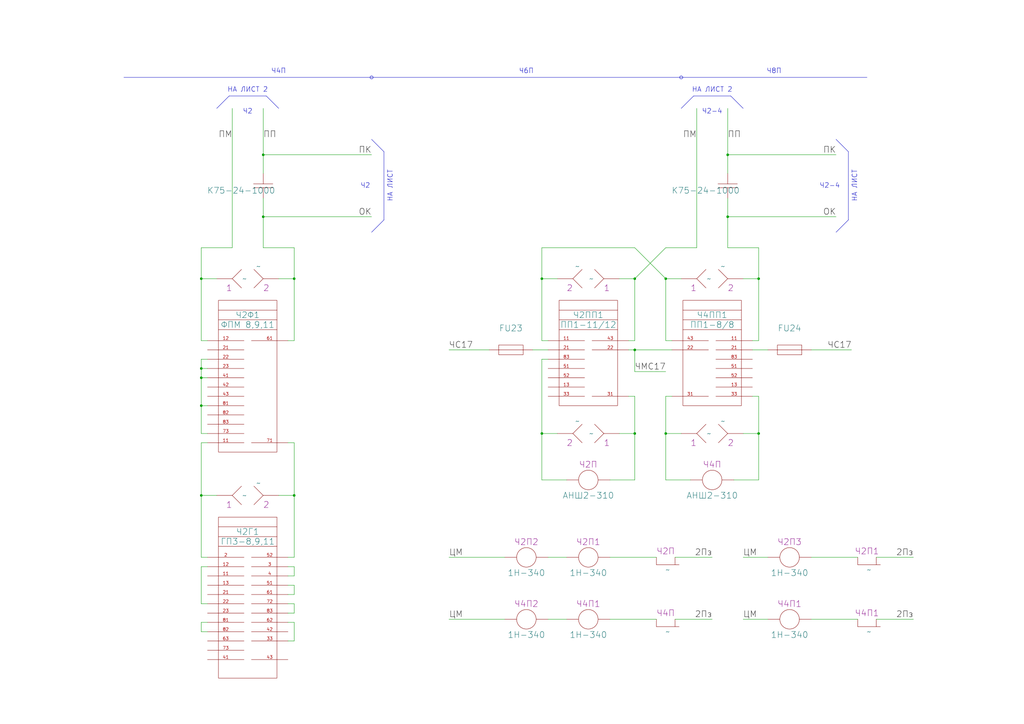
<source format=kicad_sch>
(kicad_sch (version 20250114) (generator "eeschema") (generator_version "9.0")
  (paper "A3")
  (title_block (title "Станция А") (company "МКТ РУТ (МИИТ)") (comment 1 "КП 27.02.03.03.000 ГЧ") (comment 2 "Сафранович") (comment 3 "Бузунова"))
  (lib_symbols
    (symbol "Blocks:ГП3" (pin_names (offset 0) (hide yes))
      (property "Reference" "Г" (at 0 10.51 0))
      (property "Value" "ГП3" (at 0 6.51 0))
      (symbol "ГП3_0_1"
        (rectangle (start -12 16.51) (end 12 -49.53))
        (polyline (pts (xy 12 12.51) (xy -12 12.51)))
        (polyline (pts (xy 12 8.51) (xy -12 8.51)))
        (polyline (pts (xy 12 4.51) (xy -12 4.51)))
      )
      (symbol "ГП3_1_1"
        (pin bidirectional line (at -16.51 0 0) (length 15) (name "") (number "2"))
        (pin bidirectional line (at -16.51 -3.81 0) (length 15) (name "") (number "12"))
        (pin bidirectional line (at -16.51 -7.62 0) (length 15) (name "") (number "11"))
        (pin bidirectional line (at -16.51 -11.43 0) (length 15) (name "") (number "13"))
        (pin bidirectional line (at -16.51 -15.24 0) (length 15) (name "") (number "21"))
        (pin bidirectional line (at -16.51 -19.05 0) (length 15) (name "") (number "22"))
        (pin bidirectional line (at -16.51 -22.86 0) (length 15) (name "") (number "23"))
        (pin bidirectional line (at -16.51 -26.67 0) (length 15) (name "") (number "81"))
        (pin bidirectional line (at -16.51 -30.48 0) (length 15) (name "") (number "82"))
        (pin bidirectional line (at -16.51 -34.29 0) (length 15) (name "") (number "63"))
        (pin bidirectional line (at -16.51 -38.1 0) (length 15) (name "") (number "73"))
        (pin bidirectional line (at -16.51 -41.91 0) (length 15) (name "") (number "41"))
        (pin bidirectional line (at 16.51 0 180) (length 15) (name "") (number "52"))
        (pin bidirectional line (at 16.51 -3.81 180) (length 15) (name "") (number "3"))
        (pin bidirectional line (at 16.51 -7.62 180) (length 15) (name "") (number "4"))
        (pin bidirectional line (at 16.51 -11.43 180) (length 15) (name "") (number "51"))
        (pin bidirectional line (at 16.51 -15.24 180) (length 15) (name "") (number "61"))
        (pin bidirectional line (at 16.51 -19.05 180) (length 15) (name "") (number "72"))
        (pin bidirectional line (at 16.51 -22.86 180) (length 15) (name "") (number "83"))
        (pin bidirectional line (at 16.51 -26.67 180) (length 15) (name "") (number "62"))
        (pin bidirectional line (at 16.51 -30.48 180) (length 15) (name "") (number "42"))
        (pin bidirectional line (at 16.51 -34.29 180) (length 15) (name "") (number "33"))
        (pin bidirectional line (at 16.51 -41.91 180) (length 15) (name "") (number "43"))
      )
    )
    (symbol "Blocks:ПП1" (pin_names (offset 0) (hide yes))
      (property "Reference" "ПП" (at 0 10.51 0))
      (property "Value" "ПП1" (at 0 6.51 0))
      (symbol "ПП1_0_1"
        (rectangle (start -12 16.51) (end 12 -26.67))
        (polyline (pts (xy 12 12.51) (xy -12 12.51)))
        (polyline (pts (xy 12 8.51) (xy -12 8.51)))
        (polyline (pts (xy 12 4.51) (xy -12 4.51)))
      )
      (symbol "ПП1_1_1"
        (pin bidirectional line (at -16.51 0 0) (length 15) (name "") (number "43"))
        (pin bidirectional line (at -16.51 -3.81 0) (length 15) (name "") (number "22"))
        (pin bidirectional line (at -16.51 -22.86 0) (length 15) (name "") (number "31"))
        (pin bidirectional line (at 16.51 0 180) (length 15) (name "") (number "11"))
        (pin bidirectional line (at 16.51 -3.81 180) (length 15) (name "") (number "21"))
        (pin bidirectional line (at 16.51 -7.62 180) (length 15) (name "") (number "83"))
        (pin bidirectional line (at 16.51 -11.43 180) (length 15) (name "") (number "51"))
        (pin bidirectional line (at 16.51 -15.24 180) (length 15) (name "") (number "52"))
        (pin bidirectional line (at 16.51 -19.05 180) (length 15) (name "") (number "13"))
        (pin bidirectional line (at 16.51 -22.86 180) (length 15) (name "") (number "33"))
      )
    )
    (symbol "Blocks:ФПМ" (pin_names (offset 0) (hide yes))
      (property "Reference" "Ф" (at 0 10.51 0))
      (property "Value" "ФПМ" (at 0 6.51 0))
      (symbol "ФПМ_0_1"
        (rectangle (start -12 16.51) (end 12 -45.72))
        (polyline (pts (xy 12 12.51) (xy -12 12.51)))
        (polyline (pts (xy 12 8.51) (xy -12 8.51)))
        (polyline (pts (xy 12 4.51) (xy -12 4.51)))
      )
      (symbol "ФПМ_1_1"
        (pin bidirectional line (at -16.51 0 0) (length 15) (name "") (number "12"))
        (pin bidirectional line (at -16.51 -3.81 0) (length 15) (name "") (number "21"))
        (pin bidirectional line (at -16.51 -7.62 0) (length 15) (name "") (number "22"))
        (pin bidirectional line (at -16.51 -11.43 0) (length 15) (name "") (number "23"))
        (pin bidirectional line (at -16.51 -15.24 0) (length 15) (name "") (number "41"))
        (pin bidirectional line (at -16.51 -19.05 0) (length 15) (name "") (number "42"))
        (pin bidirectional line (at -16.51 -22.86 0) (length 15) (name "") (number "43"))
        (pin bidirectional line (at -16.51 -26.67 0) (length 15) (name "") (number "81"))
        (pin bidirectional line (at -16.51 -30.48 0) (length 15) (name "") (number "82"))
        (pin bidirectional line (at -16.51 -34.29 0) (length 15) (name "") (number "83"))
        (pin bidirectional line (at -16.51 -38.1 0) (length 15) (name "") (number "73"))
        (pin bidirectional line (at -16.51 -41.91 0) (length 15) (name "") (number "11"))
        (pin bidirectional line (at 16.51 0 180) (length 15) (name "") (number "61"))
        (pin bidirectional line (at 16.51 -41.91 180) (length 15) (name "") (number "71"))
      )
    )
    (symbol "Device_GOST:C" (pin_numbers (hide yes)) (pin_names (offset 0) (hide yes))
      (property "Reference" "C" (at 0.635 2.54 0))
      (property "Value" "C" (at 0.635 -3.175 0))
      (symbol "C_0_1"
        (polyline (pts (xy -3.9878 0.762) (xy 3.9878 0.762)))
        (polyline (pts (xy -3.9878 -0.762) (xy 3.9878 -0.762)))
      )
      (symbol "C_1_1"
        (pin passive line (at 0 5.08 270) (length 4.318) (name "~") (number "1"))
        (pin passive line (at 0 -5.08 90) (length 4.318) (name "~") (number "2"))
      )
    )
    (symbol "Device_GOST:FU_FUSE" (pin_numbers (hide yes)) (pin_names (offset 0) (hide yes))
      (property "Reference" "FU" (at 0 3.81 0))
      (property "Value" "FU_FUSE" (at 0 -3.81 0))
      (symbol "FU_FUSE_0_1"
        (rectangle (start -5.0038 2.0066) (end 5.0038 -2.0066))
        (polyline (pts (xy -5.0038 0) (xy 5.0038 0)))
      )
      (symbol "FU_FUSE_1_1"
        (pin passive line (at -8.89 0 0) (length 3.8862) (name "~") (number "1"))
        (pin passive line (at 8.89 0 180) (length 3.8862) (name "~") (number "2"))
      )
    )
    (symbol "SCB_Legacy:Контакт_нейтрального_якоря_НЗ_бн" (pin_numbers (hide yes)) (pin_names (hide yes))
      (property "Обозначение реле" "Н" (at 0 2.54 0))
      (symbol "Контакт_нейтрального_якоря_НЗ_бн_0_1"
        (polyline (pts (xy -3.81 -3) (xy 5.5 -3)))
        (pin bidirectional line (at -3.81 0 270) (length 3) (name "") (number "1"))
      )
      (symbol "Контакт_нейтрального_якоря_НЗ_бн_1_1"
        (unit_name "Фронтовой-Тыловой")
        (pin bidirectional line (at 3.81 0 270) (length 3) (name "") (number "2"))
        (pin bidirectional line (at 3.81 -10.16 90) (length 3.3) (name "") (number "3"))
      )
      (symbol "Контакт_нейтрального_якоря_НЗ_бн_2_1"
        (unit_name "Тыловой")
        (pin bidirectional line (at 3.81 -10.16 90) (length 3.3) (name "") (number "3"))
      )
      (symbol "Контакт_нейтрального_якоря_НЗ_бн_3_1"
        (unit_name "Фронтовой")
        (pin bidirectional line (at 3.81 0 270) (length 3) (name "") (number "2"))
      )
      (symbol "Контакт_нейтрального_якоря_НЗ_бн_4_1"
        (unit_name "Усиленный перелючающий")
        (polyline (pts (xy 3.81 0) (xy 3.81 -3)))
        (polyline (pts (xy 3.81 0) (xy 7.62 0)))
        (polyline (pts (xy 3.81 -1.27) (xy 5.715 0)))
        (polyline (pts (xy 3.81 -6.858) (xy 3.81 -10.16)))
        (polyline (pts (xy 3.81 -8.89) (xy 5.715 -10.16)))
        (polyline (pts (xy 3.81 -10.16) (xy 7.62 -10.16)))
        (pin bidirectional line (at -3.81 0 270) (length 3) (name "") (number "1"))
        (pin bidirectional line (at 8.89 0 180) (length 2) (name "") (number "2"))
        (pin bidirectional line (at 8.89 -10.16 180) (length 2) (name "") (number "3"))
      )
      (symbol "Контакт_нейтрального_якоря_НЗ_бн_5_1"
        (unit_name "Усиленный замыкающий")
        (polyline (pts (xy 3.81 0) (xy 3.81 -3)))
        (polyline (pts (xy 3.81 0) (xy 7.62 0)))
        (polyline (pts (xy 3.81 -1.27) (xy 5.715 0)))
        (pin bidirectional line (at 8.89 0 180) (length 2) (name "") (number "2"))
      )
      (symbol "Контакт_нейтрального_якоря_НЗ_бн_6_1"
        (unit_name "Усиленный размыкающий")
        (polyline (pts (xy 3.81 -6.858) (xy 3.81 -10.16) (xy 6.985 -10.16)))
        (polyline (pts (xy 3.81 -8.89) (xy 5.715 -10.16)))
        (pin bidirectional line (at 8.89 -10.16 180) (length 2) (name "") (number "3"))
      )
      (symbol "Контакт_нейтрального_якоря_НЗ_бн_7_1"
        (unit_name "С магнитным гашением")
        (polyline (pts (xy 3.81 0) (xy 5.5 1) (xy 8.5 -1) (xy 10 0)))
        (polyline (pts (xy 11.43 0) (xy 3.81 0) (xy 3.81 -3)))
        (pin bidirectional line (at 3.81 -10.16 90) (length 3.3) (name "") (number "3"))
        (pin bidirectional line (at 12.7 0 180) (length 2) (name "") (number "2"))
      )
      (symbol "Контакт_нейтрального_якоря_НЗ_бн_8_1"
        (unit_name "С безобрывным переключением")
        (arc (start 5.5 -2.5) (mid 6.5355 -5) (end 5.5 -7.5))
        (pin bidirectional line (at 3.81 0 270) (length 3) (name "") (number "2"))
        (pin bidirectional line (at 3.81 -10.16 90) (length 3.3) (name "") (number "3"))
      )
    )
    (symbol "SCB_Relay:Вывод_подключения" (pin_numbers (hide yes)) (pin_names (offset 0) (hide yes))
      (property "Вывод" "1" (at 5.08 -3.81 0))
      (symbol "Вывод_подключения_0_1"
        (polyline (pts (xy 10.16 3.81) (xy 6.35 0) (xy 10.16 -3.81)))
      )
      (symbol "Вывод_подключения_1_1"
        (pin bidirectional line (at 0 0 0) (length 6.35) (name "") (number "1"))
      )
    )
    (symbol "SCB_Relay:Нейтральное" (pin_numbers (hide yes)) (pin_names (offset 0.002) (hide yes))
      (property "Value" "НМШ" (at 0 -6.35 0))
      (property "Обозначение реле" "Н" (at 0 6.35 0))
      (symbol "Нейтральное_0_1"
        (circle (center 0 0) (radius 4))
      )
      (symbol "Нейтральное_1_1"
        (unit_name "Общее")
        (pin power_in line (at -8.89 0 0) (length 4.8) (name "") (number "1"))
        (pin power_in line (at 8.89 0 180) (length 4.8) (name "") (number "4"))
      )
      (symbol "Нейтральное_2_1"
        (unit_name "С раздельными")
        (pin power_in line (at -8.89 0 0) (length 4.8) (name "") (number "1"))
        (pin power_in line (at -8.89 -1.905 0) (length 5.3) (name "") (number "2"))
        (pin power_in line (at 8.89 0 180) (length 4.8) (name "") (number "3"))
        (pin power_in line (at 8.89 -1.905 180) (length 5.3) (name "") (number "4"))
      )
    )
    (symbol "Контакт_нейтрального_якоря_НЗ_бн_1" (pin_numbers (hide yes)) (pin_names (hide yes))
      (property "Обозначение реле" "Н" (at 0 2.54 0))
      (symbol "Контакт_нейтрального_якоря_НЗ_бн_1_0_1"
        (polyline (pts (xy -3.81 -3) (xy 5.5 -3)))
        (pin bidirectional line (at -3.81 0 270) (length 3) (name "") (number "1"))
      )
      (symbol "Контакт_нейтрального_якоря_НЗ_бн_1_1_1"
        (unit_name "Фронтовой-Тыловой")
        (pin bidirectional line (at 3.81 0 270) (length 3) (name "") (number "2"))
        (pin bidirectional line (at 3.81 -10.16 90) (length 3.3) (name "") (number "3"))
      )
      (symbol "Контакт_нейтрального_якоря_НЗ_бн_1_2_1"
        (unit_name "Тыловой")
        (pin bidirectional line (at 3.81 -10.16 90) (length 3.3) (name "") (number "3"))
      )
      (symbol "Контакт_нейтрального_якоря_НЗ_бн_1_3_1"
        (unit_name "Фронтовой")
        (pin bidirectional line (at 3.81 0 270) (length 3) (name "") (number "2"))
      )
      (symbol "Контакт_нейтрального_якоря_НЗ_бн_1_4_1"
        (unit_name "Усиленный перелючающий")
        (polyline (pts (xy 3.81 0) (xy 3.81 -3)))
        (polyline (pts (xy 3.81 0) (xy 7.62 0)))
        (polyline (pts (xy 3.81 -1.27) (xy 5.715 0)))
        (polyline (pts (xy 3.81 -6.858) (xy 3.81 -10.16)))
        (polyline (pts (xy 3.81 -8.89) (xy 5.715 -10.16)))
        (polyline (pts (xy 3.81 -10.16) (xy 7.62 -10.16)))
        (pin bidirectional line (at -3.81 0 270) (length 3) (name "") (number "1"))
        (pin bidirectional line (at 8.89 0 180) (length 2) (name "") (number "2"))
        (pin bidirectional line (at 8.89 -10.16 180) (length 2) (name "") (number "3"))
      )
      (symbol "Контакт_нейтрального_якоря_НЗ_бн_1_5_1"
        (unit_name "Усиленный замыкающий")
        (polyline (pts (xy 3.81 0) (xy 3.81 -3)))
        (polyline (pts (xy 3.81 0) (xy 7.62 0)))
        (polyline (pts (xy 3.81 -1.27) (xy 5.715 0)))
        (pin bidirectional line (at 8.89 0 180) (length 2) (name "") (number "2"))
      )
      (symbol "Контакт_нейтрального_якоря_НЗ_бн_1_6_1"
        (unit_name "Усиленный размыкающий")
        (polyline (pts (xy 3.81 -6.858) (xy 3.81 -10.16) (xy 6.985 -10.16)))
        (polyline (pts (xy 3.81 -8.89) (xy 5.715 -10.16)))
        (pin bidirectional line (at 8.89 -10.16 180) (length 2) (name "") (number "3"))
      )
      (symbol "Контакт_нейтрального_якоря_НЗ_бн_1_7_1"
        (unit_name "С магнитным гашением")
        (polyline (pts (xy 3.81 0) (xy 5.5 1) (xy 8.5 -1) (xy 10 0)))
        (polyline (pts (xy 11.43 0) (xy 3.81 0) (xy 3.81 -3)))
        (pin bidirectional line (at 3.81 -10.16 90) (length 3.3) (name "") (number "3"))
        (pin bidirectional line (at 12.7 0 180) (length 2) (name "") (number "2"))
      )
      (symbol "Контакт_нейтрального_якоря_НЗ_бн_1_8_1"
        (unit_name "С безобрывным переключением")
        (arc (start 5.5 -2.5) (mid 6.5355 -5) (end 5.5 -7.5))
        (pin bidirectional line (at 3.81 0 270) (length 3) (name "") (number "2"))
        (pin bidirectional line (at 3.81 -10.16 90) (length 3.3) (name "") (number "3"))
      )
    )
    (symbol "Контакт_нейтрального_якоря_НЗ_бн_2" (pin_numbers (hide yes)) (pin_names (hide yes))
      (property "Обозначение реле" "Н" (at 0 2.54 0))
      (symbol "Контакт_нейтрального_якоря_НЗ_бн_2_0_1"
        (polyline (pts (xy -3.81 -3) (xy 5.5 -3)))
        (pin bidirectional line (at -3.81 0 270) (length 3) (name "") (number "1"))
      )
      (symbol "Контакт_нейтрального_якоря_НЗ_бн_2_1_1"
        (unit_name "Фронтовой-Тыловой")
        (pin bidirectional line (at 3.81 0 270) (length 3) (name "") (number "2"))
        (pin bidirectional line (at 3.81 -10.16 90) (length 3.3) (name "") (number "3"))
      )
      (symbol "Контакт_нейтрального_якоря_НЗ_бн_2_2_1"
        (unit_name "Тыловой")
        (pin bidirectional line (at 3.81 -10.16 90) (length 3.3) (name "") (number "3"))
      )
      (symbol "Контакт_нейтрального_якоря_НЗ_бн_2_3_1"
        (unit_name "Фронтовой")
        (pin bidirectional line (at 3.81 0 270) (length 3) (name "") (number "2"))
      )
      (symbol "Контакт_нейтрального_якоря_НЗ_бн_2_4_1"
        (unit_name "Усиленный перелючающий")
        (polyline (pts (xy 3.81 0) (xy 3.81 -3)))
        (polyline (pts (xy 3.81 0) (xy 7.62 0)))
        (polyline (pts (xy 3.81 -1.27) (xy 5.715 0)))
        (polyline (pts (xy 3.81 -6.858) (xy 3.81 -10.16)))
        (polyline (pts (xy 3.81 -8.89) (xy 5.715 -10.16)))
        (polyline (pts (xy 3.81 -10.16) (xy 7.62 -10.16)))
        (pin bidirectional line (at -3.81 0 270) (length 3) (name "") (number "1"))
        (pin bidirectional line (at 8.89 0 180) (length 2) (name "") (number "2"))
        (pin bidirectional line (at 8.89 -10.16 180) (length 2) (name "") (number "3"))
      )
      (symbol "Контакт_нейтрального_якоря_НЗ_бн_2_5_1"
        (unit_name "Усиленный замыкающий")
        (polyline (pts (xy 3.81 0) (xy 3.81 -3)))
        (polyline (pts (xy 3.81 0) (xy 7.62 0)))
        (polyline (pts (xy 3.81 -1.27) (xy 5.715 0)))
        (pin bidirectional line (at 8.89 0 180) (length 2) (name "") (number "2"))
      )
      (symbol "Контакт_нейтрального_якоря_НЗ_бн_2_6_1"
        (unit_name "Усиленный размыкающий")
        (polyline (pts (xy 3.81 -6.858) (xy 3.81 -10.16) (xy 6.985 -10.16)))
        (polyline (pts (xy 3.81 -8.89) (xy 5.715 -10.16)))
        (pin bidirectional line (at 8.89 -10.16 180) (length 2) (name "") (number "3"))
      )
      (symbol "Контакт_нейтрального_якоря_НЗ_бн_2_7_1"
        (unit_name "С магнитным гашением")
        (polyline (pts (xy 3.81 0) (xy 5.5 1) (xy 8.5 -1) (xy 10 0)))
        (polyline (pts (xy 11.43 0) (xy 3.81 0) (xy 3.81 -3)))
        (pin bidirectional line (at 3.81 -10.16 90) (length 3.3) (name "") (number "3"))
        (pin bidirectional line (at 12.7 0 180) (length 2) (name "") (number "2"))
      )
      (symbol "Контакт_нейтрального_якоря_НЗ_бн_2_8_1"
        (unit_name "С безобрывным переключением")
        (arc (start 5.5 -2.5) (mid 6.5355 -5) (end 5.5 -7.5))
        (pin bidirectional line (at 3.81 0 270) (length 3) (name "") (number "2"))
        (pin bidirectional line (at 3.81 -10.16 90) (length 3.3) (name "") (number "3"))
      )
    )
    (symbol "Контакт_нейтрального_якоря_НЗ_бн_3" (pin_numbers (hide yes)) (pin_names (hide yes))
      (property "Обозначение реле" "Н" (at 0 2.54 0))
      (symbol "Контакт_нейтрального_якоря_НЗ_бн_3_0_1"
        (polyline (pts (xy -3.81 -3) (xy 5.5 -3)))
        (pin bidirectional line (at -3.81 0 270) (length 3) (name "") (number "1"))
      )
      (symbol "Контакт_нейтрального_якоря_НЗ_бн_3_1_1"
        (unit_name "Фронтовой-Тыловой")
        (pin bidirectional line (at 3.81 0 270) (length 3) (name "") (number "2"))
        (pin bidirectional line (at 3.81 -10.16 90) (length 3.3) (name "") (number "3"))
      )
      (symbol "Контакт_нейтрального_якоря_НЗ_бн_3_2_1"
        (unit_name "Тыловой")
        (pin bidirectional line (at 3.81 -10.16 90) (length 3.3) (name "") (number "3"))
      )
      (symbol "Контакт_нейтрального_якоря_НЗ_бн_3_3_1"
        (unit_name "Фронтовой")
        (pin bidirectional line (at 3.81 0 270) (length 3) (name "") (number "2"))
      )
      (symbol "Контакт_нейтрального_якоря_НЗ_бн_3_4_1"
        (unit_name "Усиленный перелючающий")
        (polyline (pts (xy 3.81 0) (xy 3.81 -3)))
        (polyline (pts (xy 3.81 0) (xy 7.62 0)))
        (polyline (pts (xy 3.81 -1.27) (xy 5.715 0)))
        (polyline (pts (xy 3.81 -6.858) (xy 3.81 -10.16)))
        (polyline (pts (xy 3.81 -8.89) (xy 5.715 -10.16)))
        (polyline (pts (xy 3.81 -10.16) (xy 7.62 -10.16)))
        (pin bidirectional line (at -3.81 0 270) (length 3) (name "") (number "1"))
        (pin bidirectional line (at 8.89 0 180) (length 2) (name "") (number "2"))
        (pin bidirectional line (at 8.89 -10.16 180) (length 2) (name "") (number "3"))
      )
      (symbol "Контакт_нейтрального_якоря_НЗ_бн_3_5_1"
        (unit_name "Усиленный замыкающий")
        (polyline (pts (xy 3.81 0) (xy 3.81 -3)))
        (polyline (pts (xy 3.81 0) (xy 7.62 0)))
        (polyline (pts (xy 3.81 -1.27) (xy 5.715 0)))
        (pin bidirectional line (at 8.89 0 180) (length 2) (name "") (number "2"))
      )
      (symbol "Контакт_нейтрального_якоря_НЗ_бн_3_6_1"
        (unit_name "Усиленный размыкающий")
        (polyline (pts (xy 3.81 -6.858) (xy 3.81 -10.16) (xy 6.985 -10.16)))
        (polyline (pts (xy 3.81 -8.89) (xy 5.715 -10.16)))
        (pin bidirectional line (at 8.89 -10.16 180) (length 2) (name "") (number "3"))
      )
      (symbol "Контакт_нейтрального_якоря_НЗ_бн_3_7_1"
        (unit_name "С магнитным гашением")
        (polyline (pts (xy 3.81 0) (xy 5.5 1) (xy 8.5 -1) (xy 10 0)))
        (polyline (pts (xy 11.43 0) (xy 3.81 0) (xy 3.81 -3)))
        (pin bidirectional line (at 3.81 -10.16 90) (length 3.3) (name "") (number "3"))
        (pin bidirectional line (at 12.7 0 180) (length 2) (name "") (number "2"))
      )
      (symbol "Контакт_нейтрального_якоря_НЗ_бн_3_8_1"
        (unit_name "С безобрывным переключением")
        (arc (start 5.5 -2.5) (mid 6.5355 -5) (end 5.5 -7.5))
        (pin bidirectional line (at 3.81 0 270) (length 3) (name "") (number "2"))
        (pin bidirectional line (at 3.81 -10.16 90) (length 3.3) (name "") (number "3"))
      )
    )
  )
  (circle (center 152.4 31.75) (radius 0.635) (fill (type color)))
  (circle (center 279.4 31.75) (radius 0.635) (fill (type color)))
  (text "Ч2" (at 149.86 76.2 0) (effects (font (size 2 2))))
  (text "НА ЛИСТ" (at 350.52 76.2 90) (effects (font (size 2 2))))
  (text "Ч2-4" (at 292.1 45.72 0) (effects (font (size 2 2))))
  (text "Ч2" (at 101.6 45.72 0) (effects (font (size 2 2))))
  (text "НА ЛИСТ 2" (at 292.1 36.83 0) (effects (font (size 2 2))))
  (text "Ч8П" (at 317.5 29.21 0) (effects (font (size 2 2))))
  (text "Ч2-4" (at 340.36 76.2 0) (effects (font (size 2 2))))
  (text "Ч6П" (at 215.9 29.21 0) (effects (font (size 2 2))))
  (text "НА ЛИСТ" (at 160.02 76.2 90) (effects (font (size 2 2))))
  (text "Ч4П" (at 114.3 29.21 0) (effects (font (size 2 2))))
  (text "НА ЛИСТ 2" (at 101.6 36.83 0) (effects (font (size 2 2))))
  (junction (at 222.25 177.8))
  (junction (at 311.15 177.8))
  (junction (at 82.55 203.2))
  (junction (at 260.35 143.51))
  (junction (at 82.55 114.3))
  (junction (at 298.45 88.9))
  (junction (at 120.65 203.2))
  (junction (at 82.55 166.37))
  (junction (at 311.15 114.3))
  (junction (at 222.25 114.3))
  (junction (at 82.55 154.94))
  (junction (at 107.95 63.5))
  (junction (at 298.45 63.5))
  (junction (at 260.35 114.3))
  (junction (at 107.95 88.9))
  (junction (at 273.05 114.3))
  (junction (at 120.65 114.3))
  (junction (at 273.05 177.8))
  (junction (at 260.35 177.8))
  (junction (at 82.55 151.13))
  (wire (pts (xy 298.45 88.9) (xy 298.45 101.6)))
  (wire (pts (xy 222.25 177.8) (xy 228.6 177.8)))
  (wire (pts (xy 120.65 243.84) (xy 120.65 240.03)))
  (wire (pts (xy 304.8 228.6) (xy 314.96 228.6)))
  (wire (pts (xy 107.95 44.45) (xy 107.95 63.5)))
  (wire (pts (xy 222.25 101.6) (xy 260.35 101.6)))
  (wire (pts (xy 260.35 152.4) (xy 273.05 152.4)))
  (polyline (pts (xy 93.98 39.37) (xy 88.9 44.45)))
  (wire (pts (xy 298.45 44.45) (xy 298.45 63.5)))
  (wire (pts (xy 273.05 139.7) (xy 275.59 139.7)))
  (wire (pts (xy 82.55 247.65) (xy 85.09 247.65)))
  (wire (pts (xy 260.35 114.3) (xy 273.05 101.6)))
  (wire (pts (xy 260.35 143.51) (xy 260.35 152.4)))
  (wire (pts (xy 332.74 254) (xy 351.79 254)))
  (wire (pts (xy 311.15 196.85) (xy 311.15 177.8)))
  (wire (pts (xy 222.25 147.32) (xy 222.25 177.8)))
  (wire (pts (xy 273.05 114.3) (xy 273.05 139.7)))
  (wire (pts (xy 279.4 114.3) (xy 273.05 114.3)))
  (wire (pts (xy 82.55 166.37) (xy 85.09 166.37)))
  (wire (pts (xy 311.15 114.3) (xy 311.15 101.6)))
  (wire (pts (xy 82.55 147.32) (xy 82.55 151.13)))
  (wire (pts (xy 300.99 196.85) (xy 311.15 196.85)))
  (polyline (pts (xy 109.22 39.37) (xy 93.98 39.37)))
  (wire (pts (xy 218.44 143.51) (xy 224.79 143.51)))
  (wire (pts (xy 184.15 143.51) (xy 200.66 143.51)))
  (wire (pts (xy 222.25 101.6) (xy 222.25 114.3)))
  (wire (pts (xy 118.11 255.27) (xy 120.65 255.27)))
  (wire (pts (xy 359.41 228.6) (xy 374.65 228.6)))
  (wire (pts (xy 349.25 143.51) (xy 332.74 143.51)))
  (polyline (pts (xy 157.48 90.17) (xy 157.48 62.23)))
  (wire (pts (xy 82.55 166.37) (xy 82.55 154.94)))
  (wire (pts (xy 260.35 196.85) (xy 260.35 177.8)))
  (wire (pts (xy 224.79 139.7) (xy 222.25 139.7)))
  (wire (pts (xy 298.45 63.5) (xy 298.45 71.12)))
  (polyline (pts (xy 284.48 39.37) (xy 279.4 44.45)))
  (wire (pts (xy 254 114.3) (xy 260.35 114.3)))
  (wire (pts (xy 118.11 181.61) (xy 120.65 181.61)))
  (wire (pts (xy 114.3 203.2) (xy 120.65 203.2)))
  (wire (pts (xy 107.95 81.28) (xy 107.95 88.9)))
  (wire (pts (xy 82.55 181.61) (xy 82.55 203.2)))
  (wire (pts (xy 85.09 255.27) (xy 82.55 255.27)))
  (wire (pts (xy 276.86 228.6) (xy 292.1 228.6)))
  (wire (pts (xy 107.95 88.9) (xy 107.95 101.6)))
  (wire (pts (xy 120.65 262.89) (xy 118.11 262.89)))
  (wire (pts (xy 250.19 196.85) (xy 260.35 196.85)))
  (wire (pts (xy 82.55 203.2) (xy 82.55 228.6)))
  (wire (pts (xy 254 177.8) (xy 260.35 177.8)))
  (wire (pts (xy 85.09 154.94) (xy 82.55 154.94)))
  (wire (pts (xy 273.05 196.85) (xy 273.05 177.8)))
  (wire (pts (xy 250.19 228.6) (xy 269.24 228.6)))
  (wire (pts (xy 273.05 101.6) (xy 285.75 101.6)))
  (wire (pts (xy 95.25 44.45) (xy 95.25 101.6)))
  (wire (pts (xy 82.55 151.13) (xy 82.55 154.94)))
  (wire (pts (xy 82.55 114.3) (xy 88.9 114.3)))
  (wire (pts (xy 257.81 139.7) (xy 260.35 139.7)))
  (wire (pts (xy 232.41 196.85) (xy 222.25 196.85)))
  (wire (pts (xy 304.8 114.3) (xy 311.15 114.3)))
  (wire (pts (xy 304.8 254) (xy 314.96 254)))
  (wire (pts (xy 314.96 143.51) (xy 308.61 143.51)))
  (wire (pts (xy 285.75 44.45) (xy 285.75 101.6)))
  (wire (pts (xy 82.55 255.27) (xy 82.55 259.08)))
  (polyline (pts (xy 152.4 95.25) (xy 157.48 90.17)))
  (wire (pts (xy 311.15 177.8) (xy 311.15 162.56)))
  (wire (pts (xy 273.05 177.8) (xy 279.4 177.8)))
  (wire (pts (xy 85.09 181.61) (xy 82.55 181.61)))
  (wire (pts (xy 120.65 232.41) (xy 118.11 232.41)))
  (wire (pts (xy 85.09 147.32) (xy 82.55 147.32)))
  (wire (pts (xy 298.45 101.6) (xy 311.15 101.6)))
  (wire (pts (xy 308.61 139.7) (xy 311.15 139.7)))
  (polyline (pts (xy 50.8 31.75) (xy 355.6 31.75)))
  (wire (pts (xy 82.55 177.8) (xy 82.55 166.37)))
  (wire (pts (xy 273.05 114.3) (xy 260.35 101.6)))
  (wire (pts (xy 298.45 63.5) (xy 342.9 63.5)))
  (wire (pts (xy 82.55 151.13) (xy 85.09 151.13)))
  (wire (pts (xy 250.19 254) (xy 269.24 254)))
  (wire (pts (xy 107.95 88.9) (xy 152.4 88.9)))
  (wire (pts (xy 257.81 162.56) (xy 260.35 162.56)))
  (wire (pts (xy 120.65 251.46) (xy 120.65 247.65)))
  (wire (pts (xy 260.35 143.51) (xy 275.59 143.51)))
  (wire (pts (xy 222.25 114.3) (xy 222.25 139.7)))
  (wire (pts (xy 82.55 139.7) (xy 82.55 114.3)))
  (wire (pts (xy 304.8 177.8) (xy 311.15 177.8)))
  (wire (pts (xy 257.81 143.51) (xy 260.35 143.51)))
  (wire (pts (xy 85.09 232.41) (xy 82.55 232.41)))
  (wire (pts (xy 298.45 81.28) (xy 298.45 88.9)))
  (wire (pts (xy 224.79 254) (xy 232.41 254)))
  (wire (pts (xy 120.65 236.22) (xy 120.65 232.41)))
  (wire (pts (xy 311.15 139.7) (xy 311.15 114.3)))
  (wire (pts (xy 260.35 162.56) (xy 260.35 177.8)))
  (wire (pts (xy 118.11 251.46) (xy 120.65 251.46)))
  (wire (pts (xy 120.65 247.65) (xy 118.11 247.65)))
  (wire (pts (xy 107.95 63.5) (xy 107.95 71.12)))
  (wire (pts (xy 283.21 196.85) (xy 273.05 196.85)))
  (polyline (pts (xy 299.72 39.37) (xy 284.48 39.37)))
  (polyline (pts (xy 347.98 62.23) (xy 342.9 57.15)))
  (wire (pts (xy 298.45 88.9) (xy 342.9 88.9)))
  (wire (pts (xy 82.55 259.08) (xy 85.09 259.08)))
  (wire (pts (xy 85.09 177.8) (xy 82.55 177.8)))
  (wire (pts (xy 276.86 254) (xy 292.1 254)))
  (wire (pts (xy 120.65 139.7) (xy 118.11 139.7)))
  (wire (pts (xy 120.65 203.2) (xy 120.65 228.6)))
  (wire (pts (xy 82.55 114.3) (xy 82.55 101.6)))
  (wire (pts (xy 311.15 162.56) (xy 308.61 162.56)))
  (wire (pts (xy 184.15 254) (xy 207.01 254)))
  (wire (pts (xy 222.25 114.3) (xy 228.6 114.3)))
  (polyline (pts (xy 347.98 90.17) (xy 347.98 62.23)))
  (wire (pts (xy 273.05 162.56) (xy 273.05 177.8)))
  (polyline (pts (xy 342.9 95.25) (xy 347.98 90.17)))
  (polyline (pts (xy 114.3 44.45) (xy 109.22 39.37)))
  (wire (pts (xy 260.35 114.3) (xy 260.35 139.7)))
  (wire (pts (xy 332.74 228.6) (xy 351.79 228.6)))
  (wire (pts (xy 275.59 162.56) (xy 273.05 162.56)))
  (wire (pts (xy 222.25 177.8) (xy 222.25 196.85)))
  (polyline (pts (xy 157.48 62.23) (xy 152.4 57.15)))
  (wire (pts (xy 82.55 203.2) (xy 88.9 203.2)))
  (wire (pts (xy 120.65 101.6) (xy 120.65 114.3)))
  (wire (pts (xy 120.65 181.61) (xy 120.65 203.2)))
  (wire (pts (xy 359.41 254) (xy 374.65 254)))
  (wire (pts (xy 118.11 228.6) (xy 120.65 228.6)))
  (wire (pts (xy 120.65 240.03) (xy 118.11 240.03)))
  (wire (pts (xy 107.95 63.5) (xy 152.4 63.5)))
  (polyline (pts (xy 304.8 44.45) (xy 299.72 39.37)))
  (wire (pts (xy 224.79 228.6) (xy 232.41 228.6)))
  (wire (pts (xy 107.95 101.6) (xy 120.65 101.6)))
  (wire (pts (xy 82.55 101.6) (xy 95.25 101.6)))
  (wire (pts (xy 85.09 139.7) (xy 82.55 139.7)))
  (wire (pts (xy 85.09 228.6) (xy 82.55 228.6)))
  (wire (pts (xy 120.65 255.27) (xy 120.65 262.89)))
  (wire (pts (xy 222.25 147.32) (xy 224.79 147.32)))
  (wire (pts (xy 184.15 228.6) (xy 207.01 228.6)))
  (wire (pts (xy 120.65 114.3) (xy 120.65 139.7)))
  (wire (pts (xy 82.55 232.41) (xy 82.55 247.65)))
  (wire (pts (xy 118.11 243.84) (xy 120.65 243.84)))
  (wire (pts (xy 114.3 114.3) (xy 120.65 114.3)))
  (wire (pts (xy 118.11 236.22) (xy 120.65 236.22)))
  (label "ЦМ" (at 184.15 228.6 0) (effects (font (size 2.5 2.5))) (property "Netclass" "Цепь" (effects (hide yes))))
  (label "ЦМ" (at 304.8 228.6 0) (effects (font (size 2.5 2.5))) (property "Netclass" "Цепь" (effects (hide yes))))
  (label "2Пз" (at 292.1 228.6 180) (effects (font (size 2.5 2.5))) (property "Netclass" "Цепь" (effects (hide yes))))
  (label "ПП" (at 107.95 57.15 0) (effects (font (size 2.5 2.5))) (property "Netclass" "Цепь" (effects (hide yes))))
  (label "ПМ" (at 95.25 57.15 180) (effects (font (size 2.5 2.5))) (property "Netclass" "Цепь" (effects (hide yes))))
  (label "ЧС17" (at 349.25 143.51 180) (effects (font (size 2.5 2.5))) (property "Netclass" "Цепь" (effects (hide yes))))
  (label "ПК" (at 342.9 63.5 180) (effects (font (size 2.5 2.5))) (property "Netclass" "Цепь" (effects (hide yes))))
  (label "2Пз" (at 292.1 254 180) (effects (font (size 2.5 2.5))) (property "Netclass" "Цепь" (effects (hide yes))))
  (label "ЦМ" (at 184.15 254 0) (effects (font (size 2.5 2.5))) (property "Netclass" "Цепь" (effects (hide yes))))
  (label "ПП" (at 298.45 57.15 0) (effects (font (size 2.5 2.5))) (property "Netclass" "Цепь" (effects (hide yes))))
  (label "ОК" (at 342.9 88.9 180) (effects (font (size 2.5 2.5))) (property "Netclass" "Цепь" (effects (hide yes))))
  (label "ЦМ" (at 304.8 254 0) (effects (font (size 2.5 2.5))) (property "Netclass" "Цепь" (effects (hide yes))))
  (label "ОК" (at 152.4 88.9 180) (effects (font (size 2.5 2.5))) (property "Netclass" "Цепь" (effects (hide yes))))
  (label "ПМ" (at 285.75 57.15 180) (effects (font (size 2.5 2.5))) (property "Netclass" "Цепь" (effects (hide yes))))
  (label "ЧС17" (at 184.15 143.51 0) (effects (font (size 2.5 2.5))) (property "Netclass" "Цепь" (effects (hide yes))))
  (label "ЧМС17" (at 273.05 152.4 180) (effects (font (size 2.5 2.5))) (property "Netclass" "Цепь" (effects (hide yes))))
  (label "2Пз" (at 374.65 254 180) (effects (font (size 2.5 2.5))) (property "Netclass" "Цепь" (effects (hide yes))))
  (label "ПК" (at 152.4 63.5 180) (effects (font (size 2.5 2.5))) (property "Netclass" "Цепь" (effects (hide yes))))
  (label "2Пз" (at 374.65 228.6 180) (effects (font (size 2.5 2.5))) (property "Netclass" "Цепь" (effects (hide yes))))
  (symbol (lib_id "Device_GOST:FU_FUSE") (at 323.85 143.51 0) (mirror y) (unit 1)
    (property "Reference" "FU24" (at 323.85 134.62 0) (effects (font (size 2.5 2.5))))
    (property "Value" "FU_FUSE" (effects (hide yes)))
  )
  (symbol (lib_id "Blocks:ФПМ") (at 101.6 139.7 0) (unit 1)
    (property "Reference" "Ч2Ф1" (at 101.6 129.19 0) (effects (font (size 2.5 2.5))))
    (property "Value" "ФПМ 8,9,11" (at 101.6 133.19 0) (effects (font (size 2.5 2.5))))
  )
  (symbol (lib_id "SCB_Relay:Вывод_подключения") (at 114.3 203.2 0) (mirror y) (unit 1)
    (property "Reference" "C19" (effects (hide yes)))
    (property "Value" "~" (at 106.045 198.12 0) (effects (font (size 2.5 2.5))))
    (property "Вывод" "2" (at 109.22 207.01 0) (effects (font (size 2.5 2.5))))
  )
  (symbol (lib_id "SCB_Relay:Вывод_подключения") (at 279.4 177.8 0) (unit 1)
    (property "Reference" "C25" (effects (hide yes)))
    (property "Value" "~" (at 290.83 177.8 0) (effects (font (size 2.5 2.5))))
    (property "Вывод" "1" (at 284.48 181.61 0) (effects (font (size 2.5 2.5))))
  )
  (symbol (lib_name "Контакт_нейтрального_якоря_НЗ_бн_1") (lib_id "SCB_Legacy:Контакт_нейтрального_якоря_НЗ_бн") (at 273.05 228.6 0) (unit 3)
    (property "Reference" "Н1113" (effects (hide yes)))
    (property "Value" "~" (at 273.895 233.68 0) (effects (font (size 2.5 2.5))))
    (property "Обозначение реле" "Ч2П" (at 273.05 226.06 0) (effects (font (size 2.5 2.5))))
  )
  (symbol (lib_id "Device_GOST:FU_FUSE") (at 209.55 143.51 0) (unit 1)
    (property "Reference" "FU23" (at 209.55 134.62 0) (effects (font (size 2.5 2.5))))
    (property "Value" "FU_FUSE" (effects (hide yes)))
  )
  (symbol (lib_id "SCB_Relay:Нейтральное") (at 215.9 228.6 0) (unit 1)
    (property "Reference" "Н1111" (effects (hide yes)))
    (property "Value" "1Н-340" (at 215.9 234.95 0) (effects (font (size 2.5 2.5))))
    (property "Обозначение реле" "Ч2П2" (at 215.9 222.25 0) (effects (font (size 2.5 2.5))))
  )
  (symbol (lib_id "SCB_Relay:Вывод_подключения") (at 279.4 114.3 0) (unit 1)
    (property "Reference" "C24" (effects (hide yes)))
    (property "Value" "~" (at 290.83 114.3 0) (effects (font (size 2.5 2.5))))
    (property "Вывод" "1" (at 284.48 118.11 0) (effects (font (size 2.5 2.5))))
  )
  (symbol (lib_id "SCB_Relay:Нейтральное") (at 323.85 254 0) (unit 1)
    (property "Reference" "Н11131" (effects (hide yes)))
    (property "Value" "1Н-340" (at 323.85 260.35 0) (effects (font (size 2.5 2.5))))
    (property "Обозначение реле" "Ч4П1" (at 323.85 247.65 0) (effects (font (size 2.5 2.5))))
  )
  (symbol (lib_id "SCB_Relay:Вывод_подключения") (at 254 114.3 0) (mirror y) (unit 1)
    (property "Reference" "C22" (effects (hide yes)))
    (property "Value" "~" (at 242.57 114.3 0) (effects (font (size 2.5 2.5))))
    (property "Вывод" "1" (at 248.92 118.11 0) (effects (font (size 2.5 2.5))))
  )
  (symbol (lib_id "SCB_Relay:Вывод_подключения") (at 254 177.8 0) (mirror y) (unit 1)
    (property "Reference" "C23" (effects (hide yes)))
    (property "Value" "~" (at 242.57 177.8 0) (effects (font (size 2.5 2.5))))
    (property "Вывод" "1" (at 248.92 181.61 0) (effects (font (size 2.5 2.5))))
  )
  (symbol (lib_name "Контакт_нейтрального_якоря_НЗ_бн_3") (lib_id "SCB_Legacy:Контакт_нейтрального_якоря_НЗ_бн") (at 273.05 254 0) (unit 3)
    (property "Reference" "Н11121" (effects (hide yes)))
    (property "Value" "~" (at 273.895 259.08 0) (effects (font (size 2.5 2.5))))
    (property "Обозначение реле" "Ч4П" (at 273.05 251.46 0) (effects (font (size 2.5 2.5))))
  )
  (symbol (lib_id "SCB_Relay:Нейтральное") (at 241.3 254 0) (unit 1)
    (property "Reference" "Н1112" (effects (hide yes)))
    (property "Value" "1Н-340" (at 241.3 260.35 0) (effects (font (size 2.5 2.5))))
    (property "Обозначение реле" "Ч4П1" (at 241.3 247.65 0) (effects (font (size 2.5 2.5))))
  )
  (symbol (lib_id "Device_GOST:C") (at 298.45 76.2 0) (mirror y) (unit 1)
    (property "Reference" "C26" (effects (hide yes)))
    (property "Value" "К75-24-1000" (at 303.53 78.105 0) (effects (font (size 2.5 2.5)) (justify left)))
  )
  (symbol (lib_id "Blocks:ПП1") (at 292.1 139.7 0) (unit 1)
    (property "Reference" "Ч4ПП1" (at 292.1 129.19 0) (effects (font (size 2.5 2.5))))
    (property "Value" "ПП1-8/8" (at 292.1 133.19 0) (effects (font (size 2.5 2.5))))
  )
  (symbol (lib_id "Blocks:ГП3") (at 101.6 228.6 0) (unit 1)
    (property "Reference" "Ч2Г1" (at 101.6 218.09 0) (effects (font (size 2.5 2.5))))
    (property "Value" "ГП3-8,9,11" (at 101.6 222.09 0) (effects (font (size 2.5 2.5))))
  )
  (symbol (lib_name "Контакт_нейтрального_якоря_НЗ_бн_2") (lib_id "SCB_Legacy:Контакт_нейтрального_якоря_НЗ_бн") (at 355.6 254 0) (unit 3)
    (property "Reference" "Н111211" (effects (hide yes)))
    (property "Value" "~" (at 356.445 259.08 0) (effects (font (size 2.5 2.5))))
    (property "Обозначение реле" "Ч4П1" (at 355.6 251.46 0) (effects (font (size 2.5 2.5))))
  )
  (symbol (lib_id "Blocks:ПП1") (at 241.3 139.7 0) (mirror y) (unit 1)
    (property "Reference" "Ч2ПП1" (at 241.3 129.19 0) (effects (font (size 2.5 2.5))))
    (property "Value" "ПП1-11/12" (at 241.3 133.19 0) (effects (font (size 2.5 2.5))))
  )
  (symbol (lib_id "SCB_Relay:Вывод_подключения") (at 114.3 114.3 0) (mirror y) (unit 1)
    (property "Reference" "C18" (effects (hide yes)))
    (property "Value" "~" (at 106.045 109.22 0) (effects (font (size 2.5 2.5))))
    (property "Вывод" "2" (at 109.22 118.11 0) (effects (font (size 2.5 2.5))))
  )
  (symbol (lib_id "SCB_Relay:Нейтральное") (at 292.1 196.85 0) (unit 1)
    (property "Reference" "Н111" (effects (hide yes)))
    (property "Value" "АНШ2-310" (at 292.1 203.2 0) (effects (font (size 2.5 2.5))))
    (property "Обозначение реле" "Ч4П" (at 292.1 190.5 0) (effects (font (size 2.5 2.5))))
  )
  (symbol (lib_id "SCB_Relay:Вывод_подключения") (at 88.9 114.3 0) (unit 1)
    (property "Reference" "C15" (effects (hide yes)))
    (property "Value" "~" (at 100.33 114.3 0) (effects (font (size 2.5 2.5))))
    (property "Вывод" "1" (at 93.98 118.11 0) (effects (font (size 2.5 2.5))))
  )
  (symbol (lib_id "SCB_Relay:Вывод_подключения") (at 228.6 177.8 0) (unit 1)
    (property "Reference" "C21" (effects (hide yes)))
    (property "Value" "~" (at 236.855 172.72 0) (effects (font (size 2.5 2.5))))
    (property "Вывод" "2" (at 233.68 181.61 0) (effects (font (size 2.5 2.5))))
  )
  (symbol (lib_id "SCB_Relay:Нейтральное") (at 215.9 254 0) (unit 1)
    (property "Reference" "Н11111" (effects (hide yes)))
    (property "Value" "1Н-340" (at 215.9 260.35 0) (effects (font (size 2.5 2.5))))
    (property "Обозначение реле" "Ч4П2" (at 215.9 247.65 0) (effects (font (size 2.5 2.5))))
  )
  (symbol (lib_id "SCB_Relay:Вывод_подключения") (at 88.9 203.2 0) (unit 1)
    (property "Reference" "C16" (effects (hide yes)))
    (property "Value" "~" (at 100.33 203.2 0) (effects (font (size 2.5 2.5))))
    (property "Вывод" "1" (at 93.98 207.01 0) (effects (font (size 2.5 2.5))))
  )
  (symbol (lib_id "SCB_Relay:Нейтральное") (at 241.3 196.85 0) (unit 1)
    (property "Reference" "Н11" (effects (hide yes)))
    (property "Value" "АНШ2-310" (at 241.3 203.2 0) (effects (font (size 2.5 2.5))))
    (property "Обозначение реле" "Ч2П" (at 241.3 190.5 0) (effects (font (size 2.5 2.5))))
  )
  (symbol (lib_id "SCB_Relay:Вывод_подключения") (at 304.8 177.8 0) (mirror y) (unit 1)
    (property "Reference" "C28" (effects (hide yes)))
    (property "Value" "~" (at 296.545 172.72 0) (effects (font (size 2.5 2.5))))
    (property "Вывод" "2" (at 299.72 181.61 0) (effects (font (size 2.5 2.5))))
  )
  (symbol (lib_id "SCB_Legacy:Контакт_нейтрального_якоря_НЗ_бн") (at 355.6 228.6 0) (unit 3)
    (property "Reference" "Н11122" (effects (hide yes)))
    (property "Value" "~" (at 356.445 233.68 0) (effects (font (size 2.5 2.5))))
    (property "Обозначение реле" "Ч2П1" (at 355.6 226.06 0) (effects (font (size 2.5 2.5))))
  )
  (symbol (lib_id "SCB_Relay:Вывод_подключения") (at 304.8 114.3 0) (mirror y) (unit 1)
    (property "Reference" "C27" (effects (hide yes)))
    (property "Value" "~" (at 296.545 109.22 0) (effects (font (size 2.5 2.5))))
    (property "Вывод" "2" (at 299.72 118.11 0) (effects (font (size 2.5 2.5))))
  )
  (symbol (lib_id "SCB_Relay:Нейтральное") (at 241.3 228.6 0) (unit 1)
    (property "Reference" "Н111" (effects (hide yes)))
    (property "Value" "1Н-340" (at 241.3 234.95 0) (effects (font (size 2.5 2.5))))
    (property "Обозначение реле" "Ч2П1" (at 241.3 222.25 0) (effects (font (size 2.5 2.5))))
  )
  (symbol (lib_id "SCB_Relay:Вывод_подключения") (at 228.6 114.3 0) (unit 1)
    (property "Reference" "C20" (effects (hide yes)))
    (property "Value" "~" (at 236.855 109.22 0) (effects (font (size 2.5 2.5))))
    (property "Вывод" "2" (at 233.68 118.11 0) (effects (font (size 2.5 2.5))))
  )
  (symbol (lib_id "Device_GOST:C") (at 107.95 76.2 0) (mirror y) (unit 1)
    (property "Reference" "C17" (effects (hide yes)))
    (property "Value" "К75-24-1000" (at 113.03 78.105 0) (effects (font (size 2.5 2.5)) (justify left)))
  )
  (symbol (lib_id "SCB_Relay:Нейтральное") (at 323.85 228.6 0) (unit 1)
    (property "Reference" "Н1114" (effects (hide yes)))
    (property "Value" "1Н-340" (at 323.85 234.95 0) (effects (font (size 2.5 2.5))))
    (property "Обозначение реле" "Ч2П3" (at 323.85 222.25 0) (effects (font (size 2.5 2.5))))
  )
)
</source>
